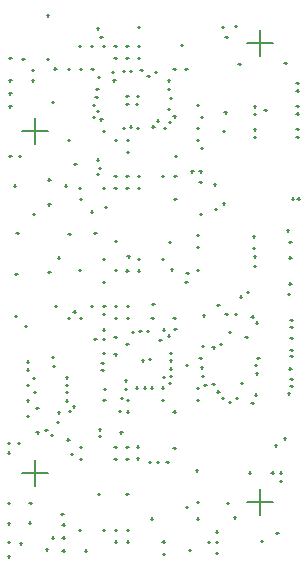
<source format=gbr>
G04*
G04 #@! TF.GenerationSoftware,Altium Limited,Altium Designer,24.9.1 (31)*
G04*
G04 Layer_Color=128*
%FSLAX44Y44*%
%MOMM*%
G71*
G04*
G04 #@! TF.SameCoordinates,B0B6A01D-2D76-4B53-9768-4341F4B449A0*
G04*
G04*
G04 #@! TF.FilePolarity,Positive*
G04*
G01*
G75*
%ADD12C,0.1270*%
D12*
X204000Y439000D02*
X226000D01*
X215000Y428000D02*
Y450000D01*
X14000Y75000D02*
X36000D01*
X25000Y64000D02*
Y86000D01*
X204000Y50000D02*
X226000D01*
X215000Y39000D02*
Y61000D01*
X14000Y364000D02*
X36000D01*
X25000Y353000D02*
Y375000D01*
X62600Y206000D02*
X64600D01*
X63600Y205000D02*
Y207000D01*
X48000Y31000D02*
X50000D01*
X49000Y30000D02*
Y32000D01*
X48000Y20000D02*
X50000D01*
X49000Y19000D02*
Y21000D01*
X11000Y343000D02*
X13000D01*
X12000Y342000D02*
Y344000D01*
X3000Y385000D02*
X5000D01*
X4000Y384000D02*
Y386000D01*
X3000Y407000D02*
X5000D01*
X4000Y406000D02*
Y408000D01*
X22000Y407000D02*
X24000D01*
X23000Y406000D02*
Y408000D01*
X22000Y416000D02*
X24000D01*
X23000Y415000D02*
Y417000D01*
X3000Y426000D02*
X5000D01*
X4000Y425000D02*
Y427000D01*
X194000Y453000D02*
X196000D01*
X195000Y452000D02*
Y454000D01*
X197000Y421000D02*
X199000D01*
X198000Y420000D02*
Y422000D01*
X193000Y37000D02*
X195000D01*
X194000Y36000D02*
Y38000D01*
X178000Y25000D02*
X180000D01*
X179000Y24000D02*
Y26000D01*
X178000Y16000D02*
X180000D01*
X179000Y15000D02*
Y17000D01*
X171000Y16000D02*
X173000D01*
X172000Y15000D02*
Y17000D01*
X225000Y75000D02*
X227000D01*
X226000Y74000D02*
Y76000D01*
X232000Y68000D02*
X234000D01*
X233000Y67000D02*
Y69000D01*
X33492Y111070D02*
X35492D01*
X34492Y110070D02*
Y112071D01*
X2000Y92000D02*
X4000D01*
X3000Y91000D02*
Y93000D01*
X2000Y100000D02*
X4000D01*
X3000Y99000D02*
Y101000D01*
X10000Y100000D02*
X12000D01*
X11000Y99000D02*
Y101000D01*
X2000Y4000D02*
X4000D01*
X3000Y3000D02*
Y5000D01*
X2000Y16000D02*
X4000D01*
X3000Y15000D02*
Y17000D01*
X2000Y32000D02*
X4000D01*
X3000Y31000D02*
Y33000D01*
X19681Y32660D02*
X21681D01*
X20681Y31660D02*
Y33660D01*
X20000Y49000D02*
X22000D01*
X21000Y48000D02*
Y50000D01*
X2000Y49000D02*
X4000D01*
X3000Y48000D02*
Y50000D01*
X187000Y49000D02*
X189000D01*
X188000Y48000D02*
Y50000D01*
X242000Y307000D02*
X244000D01*
X243000Y306000D02*
Y308000D01*
X132600Y16600D02*
X134600D01*
X133600Y15600D02*
Y17600D01*
X139000Y176000D02*
X141000D01*
X140000Y175000D02*
Y177000D01*
X92600Y216000D02*
X94600D01*
X93600Y215000D02*
Y217000D01*
X115000Y170000D02*
X117000D01*
X116000Y169000D02*
Y171000D01*
X121150Y171150D02*
X123150D01*
X122150Y170150D02*
Y172150D01*
X78998Y111500D02*
X80998D01*
X79998Y110500D02*
Y112500D01*
X102000Y387000D02*
X104000D01*
X103000Y386000D02*
Y388000D01*
X102000Y394000D02*
X104000D01*
X103000Y393000D02*
Y395000D01*
X77000Y328000D02*
X79000D01*
X78000Y327000D02*
Y329000D01*
X164000Y321000D02*
X166000D01*
X165000Y320000D02*
Y322000D01*
X164000Y330000D02*
X166000D01*
X165000Y329000D02*
Y331000D01*
X103000Y258000D02*
X105000D01*
X104000Y257000D02*
Y259000D01*
X132000Y326000D02*
X134000D01*
X133000Y325000D02*
Y327000D01*
X75000Y188000D02*
X77000D01*
X76000Y187000D02*
Y189000D01*
X139000Y157000D02*
X141000D01*
X140000Y156000D02*
Y158000D01*
X121000Y84000D02*
X123000D01*
X122000Y83000D02*
Y85000D01*
X229000Y24000D02*
X231000D01*
X230000Y23000D02*
Y25000D01*
X206000Y75000D02*
X208000D01*
X207000Y74000D02*
Y76000D01*
X232000Y75000D02*
X234000D01*
X233000Y74000D02*
Y76000D01*
X240000Y235000D02*
X242000D01*
X241000Y234000D02*
Y236000D01*
X240000Y257000D02*
X242000D01*
X241000Y256000D02*
Y258000D01*
X240000Y270000D02*
X242000D01*
X241000Y269000D02*
Y271000D01*
X139000Y170000D02*
X141000D01*
X140000Y169000D02*
Y171000D01*
X139000Y163000D02*
X141000D01*
X140000Y162000D02*
Y164000D01*
X142000Y376500D02*
X144000D01*
X143000Y375500D02*
Y377500D01*
X186000Y444000D02*
X188000D01*
X187000Y443000D02*
Y445000D01*
X165000Y350000D02*
X167000D01*
X166000Y349000D02*
Y351000D01*
X58000Y336000D02*
X60000D01*
X59000Y335000D02*
Y337000D01*
X79000Y333000D02*
X81000D01*
X80000Y332000D02*
Y334000D01*
X36000Y302000D02*
X38000D01*
X37000Y301000D02*
Y303000D01*
X53000Y277000D02*
X55000D01*
X54000Y276000D02*
Y278000D01*
X92300Y271300D02*
X94300D01*
X93300Y270300D02*
Y272300D01*
X57300Y211300D02*
X59300D01*
X58300Y210300D02*
Y212300D01*
X167000Y208000D02*
X169000D01*
X168000Y207000D02*
Y209000D01*
X97000Y109000D02*
X99000D01*
X98000Y108000D02*
Y110000D01*
X82916Y145595D02*
X84916D01*
X83916Y144594D02*
Y146594D01*
X57000Y131000D02*
X59000D01*
X58000Y130000D02*
Y132000D01*
X140000Y247000D02*
X142000D01*
X141000Y246000D02*
Y248000D01*
X138000Y270000D02*
X140000D01*
X139000Y269000D02*
Y271000D01*
X153000Y244000D02*
X155000D01*
X154000Y243000D02*
Y245000D01*
X176000Y319000D02*
X178000D01*
X177000Y318000D02*
Y320000D01*
X157000Y330000D02*
X159000D01*
X158000Y329000D02*
Y331000D01*
X128000Y84000D02*
X130000D01*
X129000Y83000D02*
Y85000D01*
X111000Y394000D02*
X113000D01*
X112000Y393000D02*
Y395000D01*
X110000Y387000D02*
X112000D01*
X111000Y386000D02*
Y388000D01*
X3000Y396000D02*
X5000D01*
X4000Y395000D02*
Y397000D01*
X3000Y343000D02*
X5000D01*
X4000Y342000D02*
Y344000D01*
X236000Y422000D02*
X238000D01*
X237000Y421000D02*
Y423000D01*
X219000Y382000D02*
X221000D01*
X220000Y381000D02*
Y383000D01*
X239000Y142000D02*
X241000D01*
X240000Y141000D02*
Y143000D01*
X241000Y189000D02*
X243000D01*
X242000Y188000D02*
Y190000D01*
X240000Y163000D02*
X242000D01*
X241000Y162000D02*
Y164000D01*
X48000Y9000D02*
X50000D01*
X49000Y8000D02*
Y10000D01*
X39000Y20000D02*
X41000D01*
X40000Y19000D02*
Y21000D01*
X34000Y10000D02*
X36000D01*
X35000Y9000D02*
Y11000D01*
X67000Y9000D02*
X69000D01*
X68000Y8000D02*
Y10000D01*
X178000Y7000D02*
X180000D01*
X179000Y6000D02*
Y8000D01*
X133000Y6000D02*
X135000D01*
X134000Y5000D02*
Y7000D01*
X183000Y452000D02*
X185000D01*
X184000Y451000D02*
Y453000D01*
X14000Y425000D02*
X16000D01*
X15000Y424000D02*
Y426000D01*
X9000Y278000D02*
X11000D01*
X10000Y277000D02*
Y279000D01*
X36000Y245000D02*
X38000D01*
X37000Y244000D02*
Y246000D01*
X23000Y294000D02*
X25000D01*
X24000Y293000D02*
Y295000D01*
X11750Y15000D02*
X13750D01*
X12750Y14000D02*
Y16000D01*
X55000Y91000D02*
X57000D01*
X56000Y90000D02*
Y92000D01*
X16250Y199000D02*
X18250D01*
X17250Y198000D02*
Y200000D01*
X164500Y294000D02*
X166500D01*
X165500Y293000D02*
Y295000D01*
X177000Y298000D02*
X179000D01*
X178000Y297000D02*
Y299000D01*
X123379Y205621D02*
X125379D01*
X124379Y204621D02*
Y206621D01*
X148000Y437000D02*
X150000D01*
X149000Y436000D02*
Y438000D01*
X183909Y302955D02*
X185909D01*
X184909Y301955D02*
Y303955D01*
X184000Y364000D02*
X186000D01*
X185000Y363000D02*
Y365000D01*
X185100Y380000D02*
X187100D01*
X186100Y379000D02*
Y381000D01*
X39000Y389000D02*
X41000D01*
X40000Y388000D02*
Y390000D01*
X209783Y258000D02*
X211784D01*
X210784Y257000D02*
Y259000D01*
X210000Y250000D02*
X212000D01*
X211000Y249000D02*
Y251000D01*
X198000Y224000D02*
X200000D01*
X199000Y223000D02*
Y225000D01*
X204000Y228000D02*
X206000D01*
X205000Y227000D02*
Y229000D01*
X136000Y84000D02*
X138000D01*
X137000Y83000D02*
Y85000D01*
X102600Y126600D02*
X104600D01*
X103600Y125600D02*
Y127600D01*
X102600Y136600D02*
X104600D01*
X103600Y135600D02*
Y137600D01*
X77200Y451000D02*
X79200D01*
X78200Y450000D02*
Y452000D01*
X72000Y296000D02*
X74000D01*
X73000Y295000D02*
Y297000D01*
X53200Y127000D02*
X55200D01*
X54200Y126000D02*
Y128000D01*
X124000Y218000D02*
X126000D01*
X125000Y217000D02*
Y219000D01*
X162000Y50000D02*
X164000D01*
X163000Y49000D02*
Y51000D01*
X165000Y376000D02*
X167000D01*
X166000Y375000D02*
Y377000D01*
X35000Y425000D02*
X37000D01*
X36000Y424000D02*
Y426000D01*
X41000Y417000D02*
X43000D01*
X42000Y416000D02*
Y418000D01*
X238000Y280000D02*
X240000D01*
X239000Y279000D02*
Y281000D01*
Y226000D02*
X241000D01*
X240000Y225000D02*
Y227000D01*
X179000Y217000D02*
X181000D01*
X180000Y216000D02*
Y218000D01*
X161006Y76904D02*
X163006D01*
X162006Y75904D02*
Y77903D01*
X41756Y216046D02*
X43756D01*
X42756Y215046D02*
Y217046D01*
X40000Y165000D02*
X42000D01*
X41000Y164000D02*
Y166000D01*
X39000Y173000D02*
X41000D01*
X40000Y172000D02*
Y174000D01*
X44000Y126000D02*
X46000D01*
X45000Y125000D02*
Y127000D01*
X25875Y129875D02*
X27875D01*
X26875Y128875D02*
Y130875D01*
X7500Y207500D02*
X9500D01*
X8500Y206500D02*
Y208500D01*
X8000Y243000D02*
X10000D01*
X9000Y242000D02*
Y244000D01*
X228000Y98000D02*
X230000D01*
X229000Y97000D02*
Y99000D01*
X235500Y104000D02*
X237500D01*
X236500Y103000D02*
Y105000D01*
X38000Y107000D02*
X40000D01*
X39000Y106000D02*
Y108000D01*
X24000Y143000D02*
X26000D01*
X25000Y142000D02*
Y144000D01*
X23000Y155000D02*
X25000D01*
X24000Y154000D02*
Y156000D01*
X35000Y462000D02*
X37000D01*
X36000Y461000D02*
Y463000D01*
X216000Y17000D02*
X218000D01*
X217000Y16000D02*
Y18000D01*
X247000Y307000D02*
X249000D01*
X248000Y306000D02*
Y308000D01*
X143000Y343000D02*
X145000D01*
X144000Y342000D02*
Y344000D01*
X139000Y392000D02*
X141000D01*
X140000Y391000D02*
Y393000D01*
X102000Y316000D02*
X104000D01*
X103000Y315000D02*
Y317000D01*
X126000Y414000D02*
X128000D01*
X127000Y413000D02*
Y415000D01*
X102000Y436000D02*
X104000D01*
X103000Y435000D02*
Y437000D01*
X137000Y400000D02*
X139000D01*
X138000Y399000D02*
Y401000D01*
X111000Y97000D02*
X113000D01*
X112000Y96000D02*
Y98000D01*
X111000Y87000D02*
X113000D01*
X112000Y86000D02*
Y88000D01*
X179000Y143595D02*
X181000D01*
X180000Y142595D02*
Y144595D01*
X199000Y151000D02*
X201000D01*
X200000Y150000D02*
Y152000D01*
X211000Y141000D02*
X213000D01*
X212000Y140000D02*
Y142000D01*
X208000Y134000D02*
X210000D01*
X209000Y133000D02*
Y135000D01*
X82000Y209000D02*
X84000D01*
X83000Y208000D02*
Y210000D01*
X96000Y127000D02*
X98000D01*
X97000Y126000D02*
Y128000D01*
X97204Y138204D02*
X99204D01*
X98204Y137204D02*
Y139204D01*
X137000Y407000D02*
X139000D01*
X138000Y406000D02*
Y408000D01*
X189000Y135000D02*
X191000D01*
X190000Y134000D02*
Y136000D01*
X82000Y364000D02*
X84000D01*
X83000Y363000D02*
Y365000D01*
X74000Y376000D02*
X76000D01*
X75000Y375000D02*
Y377000D01*
X80000Y374000D02*
X82000D01*
X81000Y373000D02*
Y375000D01*
X92000Y175000D02*
X94000D01*
X93000Y174000D02*
Y176000D01*
X79000Y106000D02*
X81000D01*
X80000Y105000D02*
Y107000D01*
X81000Y162000D02*
X83000D01*
X82000Y161000D02*
Y163000D01*
X77000Y340000D02*
X79000D01*
X78000Y339000D02*
Y341000D01*
X162000Y36000D02*
X164000D01*
X163000Y35000D02*
Y37000D01*
X152600Y46000D02*
X154600D01*
X153600Y45000D02*
Y47000D01*
X155002Y9501D02*
X157002D01*
X156003Y8501D02*
Y10501D01*
X122600Y36000D02*
X124600D01*
X123600Y35000D02*
Y37000D01*
X18000Y169000D02*
X20000D01*
X19000Y168000D02*
Y170000D01*
X112000Y452000D02*
X114000D01*
X113000Y451000D02*
Y453000D01*
X80000Y444000D02*
X82000D01*
X81000Y443000D02*
Y445000D01*
X119211Y194790D02*
X121210D01*
X120211Y193790D02*
Y195790D01*
X133000Y196000D02*
X135000D01*
X134000Y195000D02*
Y197000D01*
X81000Y168000D02*
X83000D01*
X82000Y167000D02*
Y169000D01*
X137000Y191000D02*
X139000D01*
X138000Y190000D02*
Y192000D01*
X133000Y156000D02*
X135000D01*
X134000Y155000D02*
Y157000D01*
X51000Y143000D02*
X53000D01*
X52000Y142000D02*
Y144000D01*
Y103000D02*
X54000D01*
X53000Y102000D02*
Y104000D01*
X26000Y109000D02*
X28000D01*
X27000Y108000D02*
Y110000D01*
X44000Y257000D02*
X46000D01*
X45000Y256000D02*
Y258000D01*
X134000Y367000D02*
X136000D01*
X135000Y366000D02*
Y368000D01*
X90000Y414000D02*
X92000D01*
X91000Y413000D02*
Y415000D01*
X77000Y381000D02*
X79000D01*
X78000Y380000D02*
Y382000D01*
X102000Y57000D02*
X104000D01*
X103000Y56000D02*
Y58000D01*
X78000Y57000D02*
X80000D01*
X79000Y56000D02*
Y58000D01*
X75000Y278000D02*
X77000D01*
X76000Y277000D02*
Y279000D01*
X84000Y300000D02*
X86000D01*
X85000Y299000D02*
Y301000D01*
X50000Y318000D02*
X52000D01*
X51000Y317000D02*
Y319000D01*
X112000Y246000D02*
X114000D01*
X113000Y245000D02*
Y247000D01*
X47000Y40000D02*
X49000D01*
X48000Y39000D02*
Y41000D01*
X209000Y265000D02*
X211000D01*
X210000Y264000D02*
Y266000D01*
X209000Y275000D02*
X211000D01*
X210000Y274000D02*
Y276000D01*
X36000Y323000D02*
X38000D01*
X37000Y322000D02*
Y324000D01*
X7000Y318000D02*
X9000D01*
X8000Y317000D02*
Y319000D01*
X17875Y162125D02*
X19875D01*
X18875Y161125D02*
Y163125D01*
X51125Y155625D02*
X53125D01*
X52125Y154625D02*
Y156625D01*
X51125Y149125D02*
X53125D01*
X52125Y148125D02*
Y150125D01*
X51000Y136000D02*
X53000D01*
X52000Y135000D02*
Y137000D01*
X43000Y118000D02*
X45000D01*
X44000Y117000D02*
Y119000D01*
X17875Y123125D02*
X19875D01*
X18875Y122125D02*
Y124125D01*
X17875Y136125D02*
X19875D01*
X18875Y135125D02*
Y137125D01*
X17875Y149125D02*
X19875D01*
X18875Y148125D02*
Y150125D01*
X246125Y359375D02*
X248125D01*
X247125Y358375D02*
Y360375D01*
X246125Y365875D02*
X248125D01*
X247125Y364875D02*
Y366875D01*
X246125Y378875D02*
X248125D01*
X247125Y377875D02*
Y379875D01*
X246125Y385375D02*
X248125D01*
X247125Y384375D02*
Y386375D01*
X246125Y398375D02*
X248125D01*
X247125Y397375D02*
Y399375D01*
X246125Y404875D02*
X248125D01*
X247125Y403875D02*
Y405875D01*
X209875Y359125D02*
X211875D01*
X210875Y358125D02*
Y360125D01*
X209875Y365625D02*
X211875D01*
X210875Y364625D02*
Y366625D01*
X209875Y378625D02*
X211875D01*
X210875Y377625D02*
Y379625D01*
X210000Y385000D02*
X212000D01*
X211000Y384000D02*
Y386000D01*
X241000Y154000D02*
X243000D01*
X242000Y153000D02*
Y155000D01*
X241000Y148500D02*
X243000D01*
X242000Y147500D02*
Y149500D01*
X241000Y179000D02*
X243000D01*
X242000Y178000D02*
Y180000D01*
X241000Y173500D02*
X243000D01*
X242000Y172500D02*
Y174500D01*
X241000Y204000D02*
X243000D01*
X242000Y203000D02*
Y205000D01*
X241000Y198500D02*
X243000D01*
X242000Y197500D02*
Y199500D01*
X99000Y367000D02*
X101000D01*
X100000Y366000D02*
Y368000D01*
X111000Y367000D02*
X113000D01*
X112000Y366000D02*
Y368000D01*
X130000Y187000D02*
X132000D01*
X131000Y186000D02*
Y188000D01*
X107000Y194000D02*
X109000D01*
X108000Y193000D02*
Y195000D01*
X82000Y196000D02*
X84000D01*
X83000Y195000D02*
Y197000D01*
X194000Y209000D02*
X196000D01*
X195000Y208000D02*
Y210000D01*
X168000Y149000D02*
X170000D01*
X169000Y148000D02*
Y150000D01*
X165000Y164000D02*
X167000D01*
X166000Y163000D02*
Y165000D01*
X164000Y172000D02*
X166000D01*
X165000Y171000D02*
Y173000D01*
X166000Y182000D02*
X168000D01*
X167000Y181000D02*
Y183000D01*
X175000Y181000D02*
X177000D01*
X176000Y180000D02*
Y182000D01*
X92000Y190000D02*
X94000D01*
X93000Y189000D02*
Y191000D01*
X138000Y151000D02*
X140000D01*
X139000Y150000D02*
Y152000D01*
X132000Y147000D02*
X134000D01*
X133000Y146000D02*
Y148000D01*
X101000Y153000D02*
X103000D01*
X102000Y152000D02*
Y154000D01*
X101000Y146000D02*
X103000D01*
X102000Y145000D02*
Y147000D01*
X102300Y205700D02*
X104300D01*
X103300Y204700D02*
Y206700D01*
X102600Y216000D02*
X104600D01*
X103600Y215000D02*
Y217000D01*
X92600Y206000D02*
X94600D01*
X93600Y205000D02*
Y207000D01*
X82600Y216000D02*
X84600D01*
X83600Y215000D02*
Y217000D01*
X112000Y256000D02*
X114000D01*
X113000Y255000D02*
Y257000D01*
X92000Y96600D02*
X94000D01*
X93000Y95600D02*
Y97600D01*
X92000Y86600D02*
X94000D01*
X93000Y85600D02*
Y87600D01*
X102000Y96600D02*
X104000D01*
X103000Y95600D02*
Y97600D01*
X102000Y86600D02*
X104000D01*
X103000Y85600D02*
Y87600D01*
X112000Y426000D02*
X114000D01*
X113000Y425000D02*
Y427000D01*
X102000Y426000D02*
X104000D01*
X103000Y425000D02*
Y427000D01*
X112000Y436000D02*
X114000D01*
X113000Y435000D02*
Y437000D01*
X92000Y426000D02*
X94000D01*
X93000Y425000D02*
Y427000D01*
X92000Y436000D02*
X94000D01*
X93000Y435000D02*
Y437000D01*
X152600Y166000D02*
X154600D01*
X153600Y165000D02*
Y167000D01*
X183000Y138000D02*
X185000D01*
X184000Y137000D02*
Y139000D01*
X212000Y159000D02*
X214000D01*
X213000Y158000D02*
Y160000D01*
X213000Y172000D02*
X215000D01*
X214000Y171000D02*
Y173000D01*
X208000Y207000D02*
X210000D01*
X209000Y206000D02*
Y208000D01*
X212000Y202000D02*
X214000D01*
X213000Y201000D02*
Y203000D01*
X186000Y209000D02*
X188000D01*
X187000Y208000D02*
Y210000D01*
X113000Y195000D02*
X115000D01*
X114000Y194000D02*
Y196000D01*
X82000Y176000D02*
X84000D01*
X83000Y175000D02*
Y177000D01*
X102000Y184000D02*
X104000D01*
X103000Y183000D02*
Y185000D01*
X82000Y188000D02*
X84000D01*
X83000Y187000D02*
Y189000D01*
X78000Y410000D02*
X80000D01*
X79000Y409000D02*
Y411000D01*
X91000Y407000D02*
X93000D01*
X92000Y406000D02*
Y408000D01*
X114000Y416000D02*
X116000D01*
X115000Y415000D02*
Y417000D01*
X120000Y411000D02*
X122000D01*
X121000Y410000D02*
Y412000D01*
X74000Y386000D02*
X76000D01*
X75000Y385000D02*
Y387000D01*
X128000Y373000D02*
X130000D01*
X129000Y372000D02*
Y374000D01*
X124000Y368000D02*
X126000D01*
X125000Y367000D02*
Y369000D01*
X138000Y372000D02*
X140000D01*
X139000Y371000D02*
Y373000D01*
X137000Y383000D02*
X139000D01*
X138000Y382000D02*
Y384000D01*
X152000Y416600D02*
X154000D01*
X153000Y415600D02*
Y417600D01*
X142000Y416600D02*
X144000D01*
X143000Y415600D02*
Y417600D01*
X112000Y326000D02*
X114000D01*
X113000Y325000D02*
Y327000D01*
X112000Y316000D02*
X114000D01*
X113000Y315000D02*
Y317000D01*
X102000Y326000D02*
X104000D01*
X103000Y325000D02*
Y327000D01*
X92000Y316000D02*
X94000D01*
X93000Y315000D02*
Y317000D01*
X92000Y326000D02*
X94000D01*
X93000Y325000D02*
Y327000D01*
X62000Y26600D02*
X64000D01*
X63000Y25600D02*
Y27600D01*
X92600Y16600D02*
X94600D01*
X93600Y15600D02*
Y17600D01*
X92600Y26600D02*
X94600D01*
X93600Y25600D02*
Y27600D01*
X82000Y26600D02*
X84000D01*
X83000Y25600D02*
Y27600D01*
X102600Y16600D02*
X104600D01*
X103600Y15600D02*
Y17600D01*
X102600Y26600D02*
X104600D01*
X103600Y25600D02*
Y27600D01*
X62600Y86600D02*
X64600D01*
X63600Y85600D02*
Y87600D01*
X62600Y96600D02*
X64600D01*
X63600Y95600D02*
Y97600D01*
X142000Y96000D02*
X144000D01*
X143000Y95000D02*
Y97000D01*
X162000Y146600D02*
X164000D01*
X163000Y145600D02*
Y147600D01*
X162000Y136600D02*
X164000D01*
X163000Y135600D02*
Y137600D01*
X142000Y126600D02*
X144000D01*
X143000Y125600D02*
Y127600D01*
X82600Y136600D02*
X84600D01*
X83600Y135600D02*
Y137600D01*
X132000Y136600D02*
X134000D01*
X133000Y135600D02*
Y137600D01*
X162000Y246600D02*
X164000D01*
X163000Y245600D02*
Y247600D01*
X142600Y196600D02*
X144600D01*
X143600Y195600D02*
Y197600D01*
X142000Y206000D02*
X144000D01*
X143000Y205000D02*
Y207000D01*
X72000Y216000D02*
X74000D01*
X73000Y215000D02*
Y217000D01*
X52600Y206000D02*
X54600D01*
X53600Y205000D02*
Y207000D01*
X162000Y276000D02*
X164000D01*
X163000Y275000D02*
Y277000D01*
X162000Y266000D02*
X164000D01*
X163000Y265000D02*
Y267000D01*
X82000Y236600D02*
X84000D01*
X83000Y235600D02*
Y237600D01*
X82000Y256000D02*
X84000D01*
X83000Y255000D02*
Y257000D01*
X62000Y246600D02*
X64000D01*
X63000Y245600D02*
Y247600D01*
X92600Y246600D02*
X94600D01*
X93600Y245600D02*
Y247600D01*
X102000Y246000D02*
X104000D01*
X103000Y245000D02*
Y247000D01*
X152000Y236600D02*
X154000D01*
X153000Y235600D02*
Y237600D01*
X132000Y256000D02*
X134000D01*
X133000Y255000D02*
Y257000D01*
X142600Y326000D02*
X144600D01*
X143600Y325000D02*
Y327000D01*
X142600Y306600D02*
X144600D01*
X143600Y305600D02*
Y307600D01*
X82000Y316000D02*
X84000D01*
X83000Y315000D02*
Y317000D01*
X62600Y306600D02*
X64600D01*
X63600Y305600D02*
Y307600D01*
X62000Y316000D02*
X64000D01*
X63000Y315000D02*
Y317000D01*
X162000Y386000D02*
X164000D01*
X163000Y385000D02*
Y387000D01*
X162000Y366600D02*
X164000D01*
X163000Y365600D02*
Y367600D01*
X162000Y356600D02*
X164000D01*
X163000Y355600D02*
Y357600D01*
X102600Y346600D02*
X104600D01*
X103600Y345600D02*
Y347600D01*
X102600Y356600D02*
X104600D01*
X103600Y355600D02*
Y357600D01*
X92600Y356600D02*
X94600D01*
X93600Y355600D02*
Y357600D01*
X52600Y356600D02*
X54600D01*
X53600Y355600D02*
Y357600D01*
X62000Y436000D02*
X64000D01*
X63000Y435000D02*
Y437000D01*
X72000Y436000D02*
X74000D01*
X73000Y435000D02*
Y437000D01*
X82000Y436000D02*
X84000D01*
X83000Y435000D02*
Y437000D01*
X52600Y416600D02*
X54600D01*
X53600Y415600D02*
Y417600D01*
X62600Y416600D02*
X64600D01*
X63600Y415600D02*
Y417600D01*
X72600Y416600D02*
X74600D01*
X73600Y415600D02*
Y417600D01*
X211000Y166000D02*
X213000D01*
X212000Y165000D02*
Y167000D01*
X195000Y138000D02*
X197000D01*
X196000Y137000D02*
Y139000D01*
X175000Y150000D02*
X177000D01*
X176000Y149000D02*
Y151000D01*
X166000Y157000D02*
X168000D01*
X167000Y156000D02*
Y158000D01*
X181057Y183943D02*
X183057D01*
X182057Y182943D02*
Y184943D01*
X203000Y190000D02*
X205000D01*
X204000Y189000D02*
Y191000D01*
X189000Y194000D02*
X191000D01*
X190000Y193000D02*
Y195000D01*
X123000Y147000D02*
X125000D01*
X124000Y146000D02*
Y148000D01*
X117000Y147000D02*
X119000D01*
X118000Y146000D02*
Y148000D01*
X110000Y147000D02*
X112000D01*
X111000Y146000D02*
Y148000D01*
X105000Y368000D02*
X107000D01*
X106000Y367000D02*
Y369000D01*
X76000Y393000D02*
X78000D01*
X77000Y392000D02*
Y394000D01*
X76600Y400000D02*
X78600D01*
X77600Y399000D02*
Y401000D01*
X105000Y415000D02*
X107000D01*
X106000Y414000D02*
Y416000D01*
X99000Y415000D02*
X101000D01*
X100000Y414000D02*
Y416000D01*
M02*

</source>
